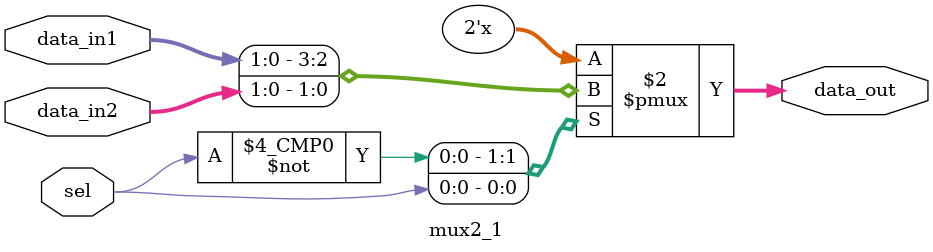
<source format=v>
`timescale 1ns / 1ps


module mux2_1
   #(parameter
     DATA_WIDTH = 2
    )
    (
     input                     sel,
     input      [(DATA_WIDTH-1):0] data_in1,data_in2,
     output reg [(DATA_WIDTH-1):0] data_out
    );
    
    always @ (*) begin
        casex(sel)
            0 : begin
                data_out = data_in1;
            end
            1 : begin
                data_out = data_in2;
            end
        endcase
    end
    
endmodule

</source>
